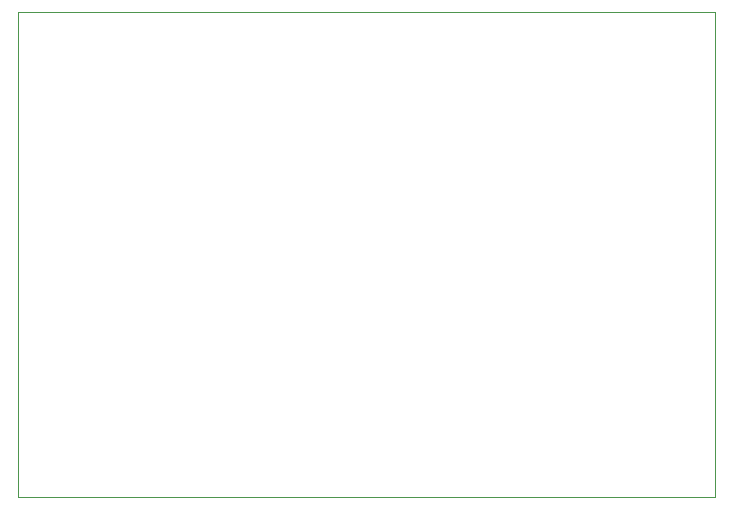
<source format=gbr>
G04 #@! TF.GenerationSoftware,KiCad,Pcbnew,5.1.5+dfsg1-2build2*
G04 #@! TF.CreationDate,2021-12-07T18:35:02-05:00*
G04 #@! TF.ProjectId,ESP32CAM_SJ4000_ENCLOSURE,45535033-3243-4414-9d5f-534a34303030,rev?*
G04 #@! TF.SameCoordinates,Original*
G04 #@! TF.FileFunction,Profile,NP*
%FSLAX46Y46*%
G04 Gerber Fmt 4.6, Leading zero omitted, Abs format (unit mm)*
G04 Created by KiCad (PCBNEW 5.1.5+dfsg1-2build2) date 2021-12-07 18:35:02*
%MOMM*%
%LPD*%
G04 APERTURE LIST*
%ADD10C,0.050000*%
G04 APERTURE END LIST*
D10*
X159000000Y-100000000D02*
X159000000Y-141000000D01*
X100000000Y-100000000D02*
X100000000Y-141000000D01*
X100000000Y-141000000D02*
X159000000Y-141000000D01*
X100000000Y-100000000D02*
X159000000Y-100000000D01*
M02*

</source>
